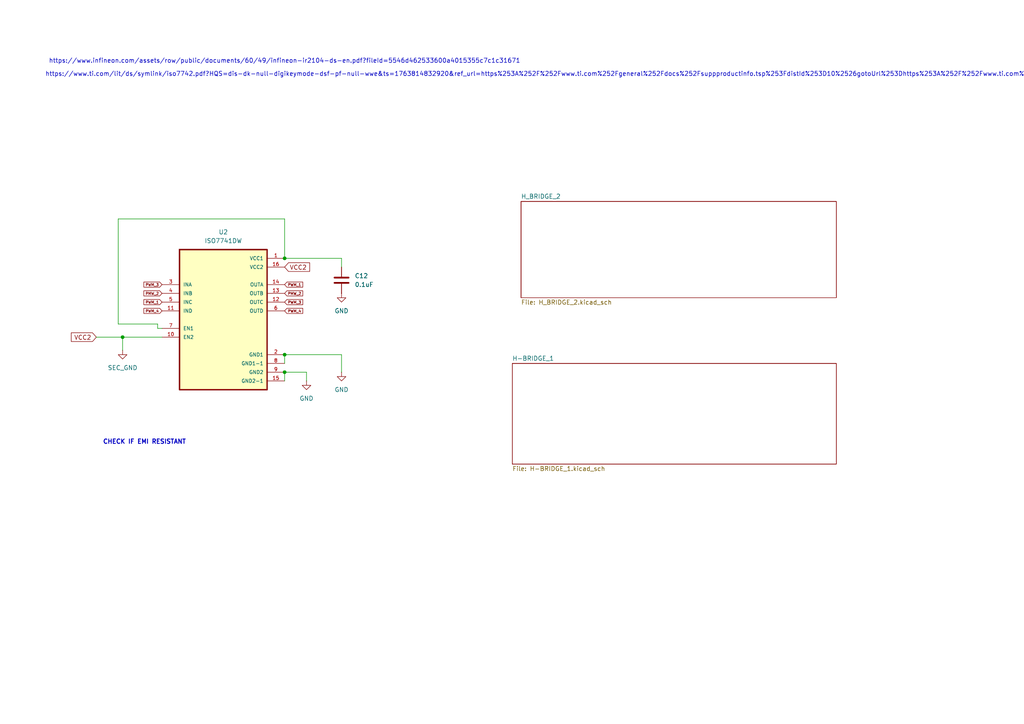
<source format=kicad_sch>
(kicad_sch (version 20250114) (generator "eeschema") (generator_version "9.0")
  (paper "A4")
  (lib_symbols
    (symbol "Device:C" (pin_numbers (hide yes)) (pin_names (offset 0.254))
      (property "Reference" "C" (at 0.635 2.54 0))
      (property "Value" "C" (at 0.635 -2.54 0))
      (symbol "C_0_1"
        (polyline (pts (xy -2.032 0.762) (xy 2.032 0.762)) (stroke (width 0.508)))
        (polyline (pts (xy -2.032 -0.762) (xy 2.032 -0.762)) (stroke (width 0.508)))
      )
      (symbol "C_1_1"
        (pin passive line (at 0 3.81 270) (length 2.794) (name "~") (number "1"))
        (pin passive line (at 0 -3.81 90) (length 2.794) (name "~") (number "2"))
      )
    )
    (symbol "ISO7741DW:ISO7741DW" (pin_names (offset 1.016))
      (property "Reference" "U" (at -12.7 21.32 0))
      (property "Value" "ISO7741DW" (at -12.7 -24.32 0))
      (symbol "ISO7741DW_0_0"
        (rectangle (start -12.7 -20.32) (end 12.7 20.32) (stroke (width 0.41)) (fill (type background)))
        (pin input line (at -17.78 10.16 0) (length 5.08) (name "INA") (number "3"))
        (pin input line (at -17.78 7.62 0) (length 5.08) (name "INB") (number "4"))
        (pin input line (at -17.78 5.08 0) (length 5.08) (name "INC") (number "5"))
        (pin input line (at -17.78 2.54 0) (length 5.08) (name "IND") (number "11"))
        (pin bidirectional line (at -17.78 -2.54 0) (length 5.08) (name "EN1") (number "7"))
        (pin bidirectional line (at -17.78 -5.08 0) (length 5.08) (name "EN2") (number "10"))
        (pin power_in line (at 17.78 17.78 180) (length 5.08) (name "VCC1") (number "1"))
        (pin power_in line (at 17.78 15.24 180) (length 5.08) (name "VCC2") (number "16"))
        (pin output line (at 17.78 10.16 180) (length 5.08) (name "OUTA") (number "14"))
        (pin output line (at 17.78 7.62 180) (length 5.08) (name "OUTB") (number "13"))
        (pin output line (at 17.78 5.08 180) (length 5.08) (name "OUTC") (number "12"))
        (pin output line (at 17.78 2.54 180) (length 5.08) (name "OUTD") (number "6"))
        (pin power_in line (at 17.78 -10.16 180) (length 5.08) (name "GND1") (number "2"))
        (pin power_in line (at 17.78 -12.7 180) (length 5.08) (name "GND1-1") (number "8"))
        (pin power_in line (at 17.78 -15.24 180) (length 5.08) (name "GND2") (number "9"))
        (pin power_in line (at 17.78 -17.78 180) (length 5.08) (name "GND2-1") (number "15"))
      )
    )
    (symbol "power:GND" (power) (pin_numbers (hide yes)) (pin_names (offset 0) (hide yes))
      (property "Value" "GND" (at 0 -3.81 0))
      (symbol "GND_0_1"
        (polyline (pts (xy 0 0) (xy 0 -1.27) (xy 1.27 -1.27) (xy 0 -2.54) (xy -1.27 -1.27) (xy 0 -1.27)))
      )
      (symbol "GND_1_1"
        (pin power_in line (at 0 0 270) (length 0) (name "~") (number "1"))
      )
    )
  )
  (text "https://www.ti.com/lit/ds/symlink/iso7742.pdf?HQS=dis-dk-null-digikeymode-dsf-pf-null-wwe&ts=1763814832920&ref_url=https%253A%252F%252Fwww.ti.com%252Fgeneral%252Fdocs%252Fsuppproductinfo.tsp%253FdistId%253D10%2526gotoUrl%253Dhttps%253A%252F%252Fwww.ti.com%252Flit%252Fgpn%252Fiso7742" (at 170.18 21.59 0) (effects (font (size 1.27 1.27))))
  (text "https://www.infineon.com/assets/row/public/documents/60/49/infineon-ir2104-ds-en.pdf?fileId=5546d462533600a4015355c7c1c31671" (at 82.55 17.78 0) (effects (font (size 1.27 1.27))))
  (text "CHECK IF EMI RESISTANT" (at 41.91 128.27 0) (effects (font (size 1.27 1.27) (thickness 0.254) (bold yes))))
  (junction (at 82.55 102.87))
  (junction (at 82.55 107.95))
  (junction (at 82.55 74.93))
  (junction (at 35.56 97.79))
  (wire (pts (xy 27.94 97.79) (xy 35.56 97.79)))
  (wire (pts (xy 34.29 63.5) (xy 82.55 63.5)))
  (wire (pts (xy 82.55 107.95) (xy 82.55 110.49)))
  (wire (pts (xy 82.55 102.87) (xy 99.06 102.87)))
  (wire (pts (xy 82.55 107.95) (xy 88.9 107.95)))
  (wire (pts (xy 45.72 93.98) (xy 45.72 95.25)))
  (wire (pts (xy 46.99 97.79) (xy 35.56 97.79)))
  (wire (pts (xy 82.55 74.93) (xy 99.06 74.93)))
  (wire (pts (xy 99.06 74.93) (xy 99.06 77.47)))
  (wire (pts (xy 45.72 95.25) (xy 46.99 95.25)))
  (wire (pts (xy 99.06 102.87) (xy 99.06 107.95)))
  (wire (pts (xy 82.55 63.5) (xy 82.55 74.93)))
  (wire (pts (xy 34.29 93.98) (xy 34.29 63.5)))
  (wire (pts (xy 35.56 97.79) (xy 35.56 101.6)))
  (wire (pts (xy 82.55 102.87) (xy 82.55 105.41)))
  (wire (pts (xy 88.9 107.95) (xy 88.9 110.49)))
  (wire (pts (xy 45.72 93.98) (xy 34.29 93.98)))
  (global_label "PWM_1" (shape input) (at 82.55 82.55 0) (effects (font (size 0.762 0.762))) (property "Intersheetrefs" "${INTERSHEET_REFS}" (effects (hide yes))))
  (global_label "PMW_2" (shape input) (at 82.55 85.09 0) (effects (font (size 0.762 0.762))) (property "Intersheetrefs" "${INTERSHEET_REFS}" (effects (hide yes))))
  (global_label "PWM_4" (shape input) (at 46.99 90.17 180) (effects (font (size 0.762 0.762))) (property "Intersheetrefs" "${INTERSHEET_REFS}" (effects (hide yes))))
  (global_label "PWM_1" (shape input) (at 46.99 87.63 180) (effects (font (size 0.762 0.762))) (property "Intersheetrefs" "${INTERSHEET_REFS}" (effects (hide yes))))
  (global_label "PWM_3" (shape input) (at 82.55 87.63 0) (effects (font (size 0.762 0.762))) (property "Intersheetrefs" "${INTERSHEET_REFS}" (effects (hide yes))))
  (global_label "PWM_3" (shape input) (at 46.99 82.55 180) (effects (font (size 0.762 0.762))) (property "Intersheetrefs" "${INTERSHEET_REFS}" (effects (hide yes))))
  (global_label "PMW_2" (shape input) (at 46.99 85.09 180) (effects (font (size 0.762 0.762))) (property "Intersheetrefs" "${INTERSHEET_REFS}" (effects (hide yes))))
  (global_label "PWM_4" (shape input) (at 82.55 90.17 0) (effects (font (size 0.762 0.762))) (property "Intersheetrefs" "${INTERSHEET_REFS}" (effects (hide yes))))
  (global_label "VCC2" (shape input) (at 82.55 77.47 0) (property "Intersheetrefs" "${INTERSHEET_REFS}" (effects (hide yes))))
  (global_label "VCC2" (shape input) (at 27.94 97.79 180) (property "Intersheetrefs" "${INTERSHEET_REFS}" (effects (hide yes))))
  (symbol (lib_id "power:GND") (at 35.56 101.6 0) (unit 1)
    (property "Reference" "#PWR012" (effects (hide yes)))
    (property "Value" "SEC_GND" (at 35.56 106.68 0))
    (property "Description" "Power symbol creates a global label with name \"GND\" , ground" (effects (hide yes)))
  )
  (symbol (lib_id "power:GND") (at 99.06 107.95 0) (unit 1)
    (property "Reference" "#PWR010" (effects (hide yes)))
    (property "Value" "GND" (at 99.06 113.03 0))
    (property "Description" "Power symbol creates a global label with name \"GND\" , ground" (effects (hide yes)))
  )
  (symbol (lib_id "ISO7741DW:ISO7741DW") (at 64.77 92.71 0) (unit 1)
    (property "Reference" "U2" (at 64.77 67.31 0))
    (property "Value" "ISO7741DW" (at 64.77 69.85 0))
    (property "Footprint" "ISO7741DW:SOIC127P1030X265-16N" (effects (hide yes)))
    (property "MF" "Texas Instruments" (effects (hide yes)))
    (property "Description_1" "Robust EMC, quad-channel, 3/1, reinforced digital isolator" (effects (hide yes)))
    (property "Package" "SOIC-16 Texas Instruments" (effects (hide yes)))
    (property "Price" "None" (effects (hide yes)))
    (property "SnapEDA_Link" "https://www.snapeda.com/parts/ISO7741DW/Texas+Instruments/view-part/?ref=snap" (effects (hide yes)))
    (property "MP" "ISO7741DW" (effects (hide yes)))
    (property "Availability" "In Stock" (effects (hide yes)))
    (property "Check_prices" "https://www.snapeda.com/parts/ISO7741DW/Texas+Instruments/view-part/?ref=eda" (effects (hide yes)))
  )
  (symbol (lib_id "power:GND") (at 88.9 110.49 0) (unit 1)
    (property "Reference" "#PWR011" (effects (hide yes)))
    (property "Value" "GND" (at 88.9 115.57 0))
    (property "Description" "Power symbol creates a global label with name \"GND\" , ground" (effects (hide yes)))
  )
  (symbol (lib_id "power:GND") (at 99.06 85.09 0) (unit 1)
    (property "Reference" "#PWR09" (effects (hide yes)))
    (property "Value" "GND" (at 99.06 90.17 0))
    (property "Description" "Power symbol creates a global label with name \"GND\" , ground" (effects (hide yes)))
  )
  (symbol (lib_id "Device:C") (at 99.06 81.28 0) (unit 1)
    (property "Reference" "C12" (at 102.87 80.0099 0) (effects (justify left)))
    (property "Value" "0.1uF" (at 102.87 82.5499 0) (effects (justify left)))
    (property "Description" "Unpolarized capacitor" (effects (hide yes)))
  )
  (sheet (at 151.13 58.42) (size 91.44 27.94) (stroke (width 0.1524))
    (property "Sheetname" "H_BRIDGE_2" (at 151.13 57.7084 0) (effects (justify left bottom)))
    (property "Sheetfile" "H_BRIDGE_2.kicad_sch" (at 151.13 86.9446 0) (effects (justify left top)))
  )
  (sheet (at 148.59 105.41) (size 93.98 29.21) (stroke (width 0.1524))
    (property "Sheetname" "H-BRIDGE_1" (at 148.59 104.6984 0) (effects (justify left bottom)))
    (property "Sheetfile" "H-BRIDGE_1.kicad_sch" (at 148.59 135.2046 0) (effects (justify left top)))
  )
)
</source>
